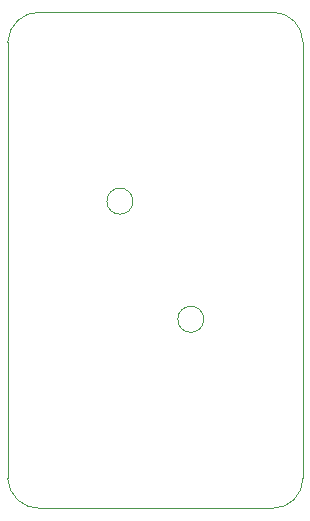
<source format=gbr>
%TF.GenerationSoftware,KiCad,Pcbnew,8.0.3*%
%TF.CreationDate,2024-06-15T19:18:12-05:00*%
%TF.ProjectId,VIK-Solenoid,56494b2d-536f-46c6-956e-6f69642e6b69,rev?*%
%TF.SameCoordinates,Original*%
%TF.FileFunction,Profile,NP*%
%FSLAX46Y46*%
G04 Gerber Fmt 4.6, Leading zero omitted, Abs format (unit mm)*
G04 Created by KiCad (PCBNEW 8.0.3) date 2024-06-15 19:18:12*
%MOMM*%
%LPD*%
G01*
G04 APERTURE LIST*
%TA.AperFunction,Profile*%
%ADD10C,0.120000*%
%TD*%
%TA.AperFunction,Profile*%
%ADD11C,0.050000*%
%TD*%
G04 APERTURE END LIST*
D10*
%TO.C,REF\u002A\u002A*%
X190150000Y-82390000D02*
G75*
G02*
X187950000Y-82390000I-1100000J0D01*
G01*
X187950000Y-82390000D02*
G75*
G02*
X190150000Y-82390000I1100000J0D01*
G01*
X196150000Y-92390000D02*
G75*
G02*
X193950000Y-92390000I-1100000J0D01*
G01*
X193950000Y-92390000D02*
G75*
G02*
X196150000Y-92390000I1100000J0D01*
G01*
D11*
X179550000Y-68930000D02*
X179550000Y-105850000D01*
X182300000Y-108390000D02*
X201990000Y-108390000D01*
X201990000Y-66390000D02*
X182300000Y-66390000D01*
X204550000Y-105850000D02*
X204550000Y-68930000D01*
X179550000Y-68930000D02*
G75*
G02*
X182300000Y-66390000I2645000J-105000D01*
G01*
X182300000Y-108390000D02*
G75*
G02*
X179550000Y-105850000I-105000J2645000D01*
G01*
X201990000Y-66390000D02*
G75*
G02*
X204550000Y-68930000I10000J-2550000D01*
G01*
X204550000Y-105850000D02*
G75*
G02*
X201990000Y-108390000I-2550000J10000D01*
G01*
%TD*%
M02*

</source>
